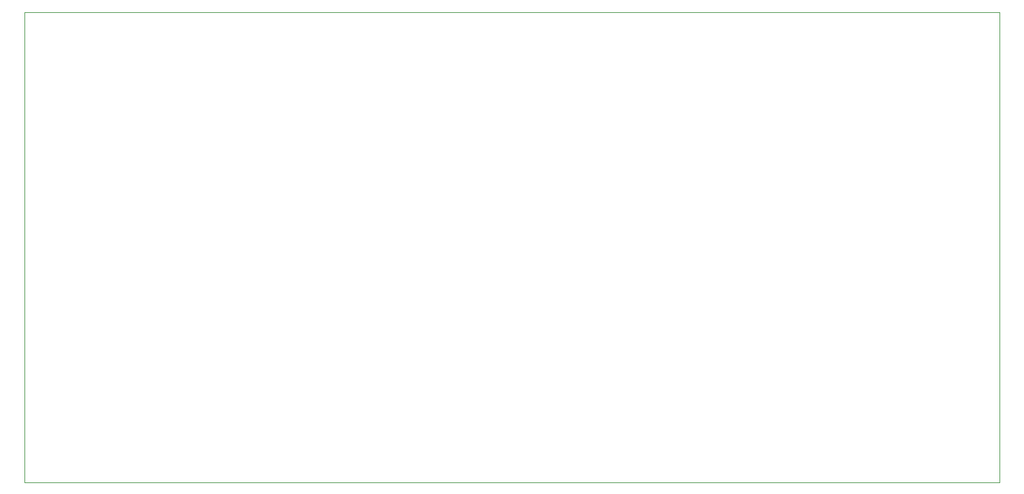
<source format=gbr>
G70*
%FSLAX55Y55*%
%ADD11C,0.00100*%
D11*
X196900Y196900D02*
X701231Y196900D01*
X701231Y440207*
X196900Y440207*
X196900Y196900*
M02*

</source>
